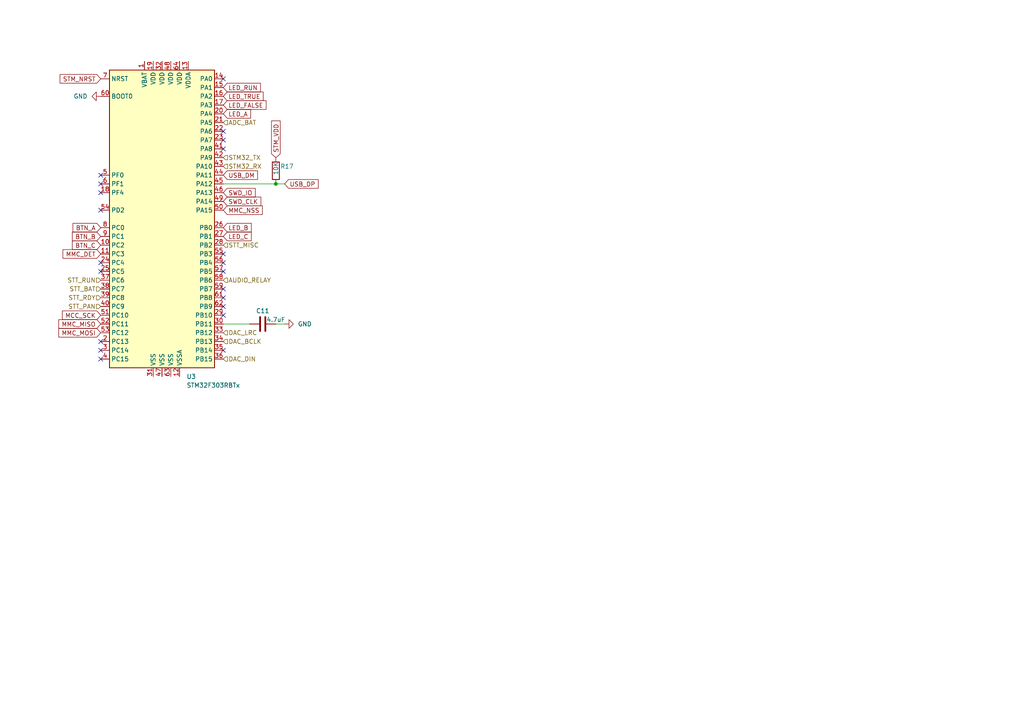
<source format=kicad_sch>
(kicad_sch (version 20211123) (generator eeschema)
  (paper "A4")
  (lib_symbols
    (symbol "Device:C" (pin_numbers hide) (pin_names (offset 0.254))
      (property "Reference" "C" (at 0.635 2.54 0))
      (property "Value" "C" (at 0.635 -2.54 0))
      (symbol "C_0_1"
        (polyline (pts (xy -2.032 -0.762) (xy 2.032 -0.762)) (stroke (width 0.508)))
        (polyline (pts (xy -2.032 0.762) (xy 2.032 0.762)) (stroke (width 0.508)))
      )
      (symbol "C_1_1"
        (pin passive line (at 0 3.81 270) (length 2.794) (name "~") (number "1"))
        (pin passive line (at 0 -3.81 90) (length 2.794) (name "~") (number "2"))
      )
    )
    (symbol "Device:R" (pin_numbers hide) (pin_names (offset 0))
      (property "Reference" "R" (at 2.032 0 90))
      (property "Value" "R" (at 0 0 90))
      (symbol "R_0_1"
        (rectangle (start -1.016 -2.54) (end 1.016 2.54) (stroke (width 0.254)))
      )
      (symbol "R_1_1"
        (pin passive line (at 0 3.81 270) (length 1.27) (name "~") (number "1"))
        (pin passive line (at 0 -3.81 90) (length 1.27) (name "~") (number "2"))
      )
    )
    (symbol "MCU_ST_STM32F3:STM32F303RBTx"
      (property "Reference" "U" (at -15.24 44.45 0))
      (property "Value" "STM32F303RBTx" (at 10.16 44.45 0))
      (symbol "STM32F303RBTx_0_1"
        (rectangle (start -15.24 -43.18) (end 15.24 43.18) (stroke (width 0.254)) (fill (type background)))
      )
      (symbol "STM32F303RBTx_1_1"
        (pin power_in line (at -5.08 45.72 270) (length 2.54) (name "VBAT") (number "1"))
        (pin bidirectional line (at -17.78 -7.62 0) (length 2.54) (name "PC2") (number "10"))
        (pin bidirectional line (at -17.78 -10.16 0) (length 2.54) (name "PC3") (number "11"))
        (pin power_in line (at 5.08 -45.72 90) (length 2.54) (name "VSSA") (number "12"))
        (pin power_in line (at 7.62 45.72 270) (length 2.54) (name "VDDA") (number "13"))
        (pin bidirectional line (at 17.78 40.64 180) (length 2.54) (name "PA0") (number "14"))
        (pin bidirectional line (at 17.78 38.1 180) (length 2.54) (name "PA1") (number "15"))
        (pin bidirectional line (at 17.78 35.56 180) (length 2.54) (name "PA2") (number "16"))
        (pin bidirectional line (at 17.78 33.02 180) (length 2.54) (name "PA3") (number "17"))
        (pin bidirectional line (at -17.78 7.62 0) (length 2.54) (name "PF4") (number "18"))
        (pin power_in line (at -2.54 45.72 270) (length 2.54) (name "VDD") (number "19"))
        (pin bidirectional line (at -17.78 -35.56 0) (length 2.54) (name "PC13") (number "2"))
        (pin bidirectional line (at 17.78 30.48 180) (length 2.54) (name "PA4") (number "20"))
        (pin bidirectional line (at 17.78 27.94 180) (length 2.54) (name "PA5") (number "21"))
        (pin bidirectional line (at 17.78 25.4 180) (length 2.54) (name "PA6") (number "22"))
        (pin bidirectional line (at 17.78 22.86 180) (length 2.54) (name "PA7") (number "23"))
        (pin bidirectional line (at -17.78 -12.7 0) (length 2.54) (name "PC4") (number "24"))
        (pin bidirectional line (at -17.78 -15.24 0) (length 2.54) (name "PC5") (number "25"))
        (pin bidirectional line (at 17.78 -2.54 180) (length 2.54) (name "PB0") (number "26"))
        (pin bidirectional line (at 17.78 -5.08 180) (length 2.54) (name "PB1") (number "27"))
        (pin bidirectional line (at 17.78 -7.62 180) (length 2.54) (name "PB2") (number "28"))
        (pin bidirectional line (at 17.78 -27.94 180) (length 2.54) (name "PB10") (number "29"))
        (pin bidirectional line (at -17.78 -38.1 0) (length 2.54) (name "PC14") (number "3"))
        (pin bidirectional line (at 17.78 -30.48 180) (length 2.54) (name "PB11") (number "30"))
        (pin power_in line (at -2.54 -45.72 90) (length 2.54) (name "VSS") (number "31"))
        (pin power_in line (at 0 45.72 270) (length 2.54) (name "VDD") (number "32"))
        (pin bidirectional line (at 17.78 -33.02 180) (length 2.54) (name "PB12") (number "33"))
        (pin bidirectional line (at 17.78 -35.56 180) (length 2.54) (name "PB13") (number "34"))
        (pin bidirectional line (at 17.78 -38.1 180) (length 2.54) (name "PB14") (number "35"))
        (pin bidirectional line (at 17.78 -40.64 180) (length 2.54) (name "PB15") (number "36"))
        (pin bidirectional line (at -17.78 -17.78 0) (length 2.54) (name "PC6") (number "37"))
        (pin bidirectional line (at -17.78 -20.32 0) (length 2.54) (name "PC7") (number "38"))
        (pin bidirectional line (at -17.78 -22.86 0) (length 2.54) (name "PC8") (number "39"))
        (pin bidirectional line (at -17.78 -40.64 0) (length 2.54) (name "PC15") (number "4"))
        (pin bidirectional line (at -17.78 -25.4 0) (length 2.54) (name "PC9") (number "40"))
        (pin bidirectional line (at 17.78 20.32 180) (length 2.54) (name "PA8") (number "41"))
        (pin bidirectional line (at 17.78 17.78 180) (length 2.54) (name "PA9") (number "42"))
        (pin bidirectional line (at 17.78 15.24 180) (length 2.54) (name "PA10") (number "43"))
        (pin bidirectional line (at 17.78 12.7 180) (length 2.54) (name "PA11") (number "44"))
        (pin bidirectional line (at 17.78 10.16 180) (length 2.54) (name "PA12") (number "45"))
        (pin bidirectional line (at 17.78 7.62 180) (length 2.54) (name "PA13") (number "46"))
        (pin power_in line (at 0 -45.72 90) (length 2.54) (name "VSS") (number "47"))
        (pin power_in line (at 2.54 45.72 270) (length 2.54) (name "VDD") (number "48"))
        (pin bidirectional line (at 17.78 5.08 180) (length 2.54) (name "PA14") (number "49"))
        (pin input line (at -17.78 12.7 0) (length 2.54) (name "PF0") (number "5"))
        (pin bidirectional line (at 17.78 2.54 180) (length 2.54) (name "PA15") (number "50"))
        (pin bidirectional line (at -17.78 -27.94 0) (length 2.54) (name "PC10") (number "51"))
        (pin bidirectional line (at -17.78 -30.48 0) (length 2.54) (name "PC11") (number "52"))
        (pin bidirectional line (at -17.78 -33.02 0) (length 2.54) (name "PC12") (number "53"))
        (pin bidirectional line (at -17.78 2.54 0) (length 2.54) (name "PD2") (number "54"))
        (pin bidirectional line (at 17.78 -10.16 180) (length 2.54) (name "PB3") (number "55"))
        (pin bidirectional line (at 17.78 -12.7 180) (length 2.54) (name "PB4") (number "56"))
        (pin bidirectional line (at 17.78 -15.24 180) (length 2.54) (name "PB5") (number "57"))
        (pin bidirectional line (at 17.78 -17.78 180) (length 2.54) (name "PB6") (number "58"))
        (pin bidirectional line (at 17.78 -20.32 180) (length 2.54) (name "PB7") (number "59"))
        (pin input line (at -17.78 10.16 0) (length 2.54) (name "PF1") (number "6"))
        (pin input line (at -17.78 35.56 0) (length 2.54) (name "BOOT0") (number "60"))
        (pin bidirectional line (at 17.78 -22.86 180) (length 2.54) (name "PB8") (number "61"))
        (pin bidirectional line (at 17.78 -25.4 180) (length 2.54) (name "PB9") (number "62"))
        (pin power_in line (at 2.54 -45.72 90) (length 2.54) (name "VSS") (number "63"))
        (pin power_in line (at 5.08 45.72 270) (length 2.54) (name "VDD") (number "64"))
        (pin input line (at -17.78 40.64 0) (length 2.54) (name "NRST") (number "7"))
        (pin bidirectional line (at -17.78 -2.54 0) (length 2.54) (name "PC0") (number "8"))
        (pin bidirectional line (at -17.78 -5.08 0) (length 2.54) (name "PC1") (number "9"))
      )
    )
    (symbol "power:GND" (power) (pin_names (offset 0))
      (property "Value" "GND" (at 0 -3.81 0))
      (symbol "GND_0_1"
        (polyline (pts (xy 0 0) (xy 0 -1.27) (xy 1.27 -1.27) (xy 0 -2.54) (xy -1.27 -1.27) (xy 0 -1.27)))
      )
      (symbol "GND_1_1"
        (pin power_in line (at 0 0 270) (length 0) hide (name "GND") (number "1"))
      )
    )
  )
  (junction (at 80.01 53.34))
  (no_connect (at 64.77 38.1))
  (no_connect (at 64.77 40.64))
  (no_connect (at 64.77 86.36))
  (no_connect (at 64.77 88.9))
  (no_connect (at 64.77 91.44))
  (no_connect (at 64.77 43.18))
  (no_connect (at 64.77 101.6))
  (no_connect (at 64.77 73.66))
  (no_connect (at 64.77 78.74))
  (no_connect (at 64.77 76.2))
  (no_connect (at 29.21 76.2))
  (no_connect (at 29.21 55.88))
  (no_connect (at 29.21 104.14))
  (no_connect (at 29.21 101.6))
  (no_connect (at 29.21 99.06))
  (no_connect (at 29.21 53.34))
  (no_connect (at 29.21 50.8))
  (no_connect (at 29.21 60.96))
  (no_connect (at 29.21 78.74))
  (no_connect (at 64.77 83.82))
  (no_connect (at 64.77 22.86))
  (wire (pts (xy 80.01 53.34) (xy 82.55 53.34)))
  (wire (pts (xy 72.39 93.98) (xy 64.77 93.98)))
  (wire (pts (xy 82.55 93.98) (xy 80.01 93.98)))
  (wire (pts (xy 64.77 53.34) (xy 80.01 53.34)))
  (global_label "MMC_DET" (shape input) (at 29.21 73.66 180) (property "Intersheet References" "${INTERSHEET_REFS}" (effects hide)))
  (global_label "LED_RUN" (shape input) (at 64.77 25.4 0) (property "Intersheet References" "${INTERSHEET_REFS}" (effects hide)))
  (global_label "USB_DM" (shape input) (at 64.77 50.8 0) (property "Intersheet References" "${INTERSHEET_REFS}" (effects hide)))
  (global_label "STM_VDD" (shape input) (at 80.01 45.72 90) (property "Intersheet References" "${INTERSHEET_REFS}" (effects hide)))
  (global_label "SWD_IO" (shape input) (at 64.77 55.88 0) (property "Intersheet References" "${INTERSHEET_REFS}" (effects hide)))
  (global_label "BTN_B" (shape input) (at 29.21 68.58 180) (property "Intersheet References" "${INTERSHEET_REFS}" (effects hide)))
  (global_label "BTN_A" (shape input) (at 29.21 66.04 180) (property "Intersheet References" "${INTERSHEET_REFS}" (effects hide)))
  (global_label "LED_TRUE" (shape input) (at 64.77 27.94 0) (property "Intersheet References" "${INTERSHEET_REFS}" (effects hide)))
  (global_label "LED_FALSE" (shape input) (at 64.77 30.48 0) (property "Intersheet References" "${INTERSHEET_REFS}" (effects hide)))
  (global_label "LED_C" (shape input) (at 64.77 68.58 0) (property "Intersheet References" "${INTERSHEET_REFS}" (effects hide)))
  (global_label "MCC_SCK" (shape input) (at 29.21 91.44 180) (property "Intersheet References" "${INTERSHEET_REFS}" (effects hide)))
  (global_label "MMC_NSS" (shape input) (at 64.77 60.96 0) (property "Intersheet References" "${INTERSHEET_REFS}" (effects hide)))
  (global_label "MMC_MOSI" (shape input) (at 29.21 96.52 180) (property "Intersheet References" "${INTERSHEET_REFS}" (effects hide)))
  (global_label "USB_DP" (shape input) (at 82.55 53.34 0) (property "Intersheet References" "${INTERSHEET_REFS}" (effects hide)))
  (global_label "LED_A" (shape input) (at 64.77 33.02 0) (property "Intersheet References" "${INTERSHEET_REFS}" (effects hide)))
  (global_label "MMC_MISO" (shape input) (at 29.21 93.98 180) (property "Intersheet References" "${INTERSHEET_REFS}" (effects hide)))
  (global_label "STM_NRST" (shape input) (at 29.21 22.86 180) (property "Intersheet References" "${INTERSHEET_REFS}" (effects hide)))
  (global_label "LED_B" (shape input) (at 64.77 66.04 0) (property "Intersheet References" "${INTERSHEET_REFS}" (effects hide)))
  (global_label "BTN_C" (shape input) (at 29.21 71.12 180) (property "Intersheet References" "${INTERSHEET_REFS}" (effects hide)))
  (global_label "SWD_CLK" (shape input) (at 64.77 58.42 0) (property "Intersheet References" "${INTERSHEET_REFS}" (effects hide)))
  (hierarchical_label "AUDIO_RELAY" (shape input) (at 64.77 81.28 0))
  (hierarchical_label "STM32_RX" (shape input) (at 64.77 48.26 0))
  (hierarchical_label "STT_RDY" (shape input) (at 29.21 86.36 180))
  (hierarchical_label "STT_MISC" (shape input) (at 64.77 71.12 0))
  (hierarchical_label "STM32_TX" (shape input) (at 64.77 45.72 0))
  (hierarchical_label "STT_PAN" (shape input) (at 29.21 88.9 180))
  (hierarchical_label "DAC_BCLK" (shape input) (at 64.77 99.06 0))
  (hierarchical_label "DAC_DIN" (shape input) (at 64.77 104.14 0))
  (hierarchical_label "DAC_LRC" (shape input) (at 64.77 96.52 0))
  (hierarchical_label "STT_RUN" (shape input) (at 29.21 81.28 180))
  (hierarchical_label "STT_BAT" (shape input) (at 29.21 83.82 180))
  (hierarchical_label "ADC_BAT" (shape input) (at 64.77 35.56 0))
  (symbol (lib_id "Device:C") (at 76.2 93.98 90) (unit 1)
    (property "Reference" "C11" (at 76.2 90.17 90))
    (property "Value" "4.7uF" (at 80.01 92.71 90))
  )
  (symbol (lib_id "power:GND") (at 82.55 93.98 90) (unit 1)
    (property "Reference" "#PWR016" (effects hide))
    (property "Value" "GND" (at 86.36 93.9799 90) (effects (justify right)))
  )
  (symbol (lib_id "power:GND") (at 29.21 27.94 270) (unit 1)
    (property "Reference" "#PWR015" (effects hide))
    (property "Value" "GND" (at 25.4 27.9399 90) (effects (justify right)))
  )
  (symbol (lib_id "MCU_ST_STM32F3:STM32F303RBTx") (at 46.99 63.5 0) (unit 1)
    (property "Reference" "U3" (at 54.0894 109.22 0) (effects (justify left)))
    (property "Value" "STM32F303RBTx" (at 54.0894 111.76 0) (effects (justify left)))
    (property "Footprint" "Package_QFP:LQFP-64_10x10mm_P0.5mm" (effects hide))
    (property "Datasheet" "http://www.st.com/st-web-ui/static/active/en/resource/technical/document/datasheet/DM00058181.pdf" (effects hide))
  )
  (symbol (lib_id "Device:R") (at 80.01 49.53 0) (unit 1)
    (property "Reference" "R17" (at 81.28 48.26 0) (effects (justify left)))
    (property "Value" "10K" (at 80.01 50.8 90) (effects (justify left)))
  )
)
</source>
